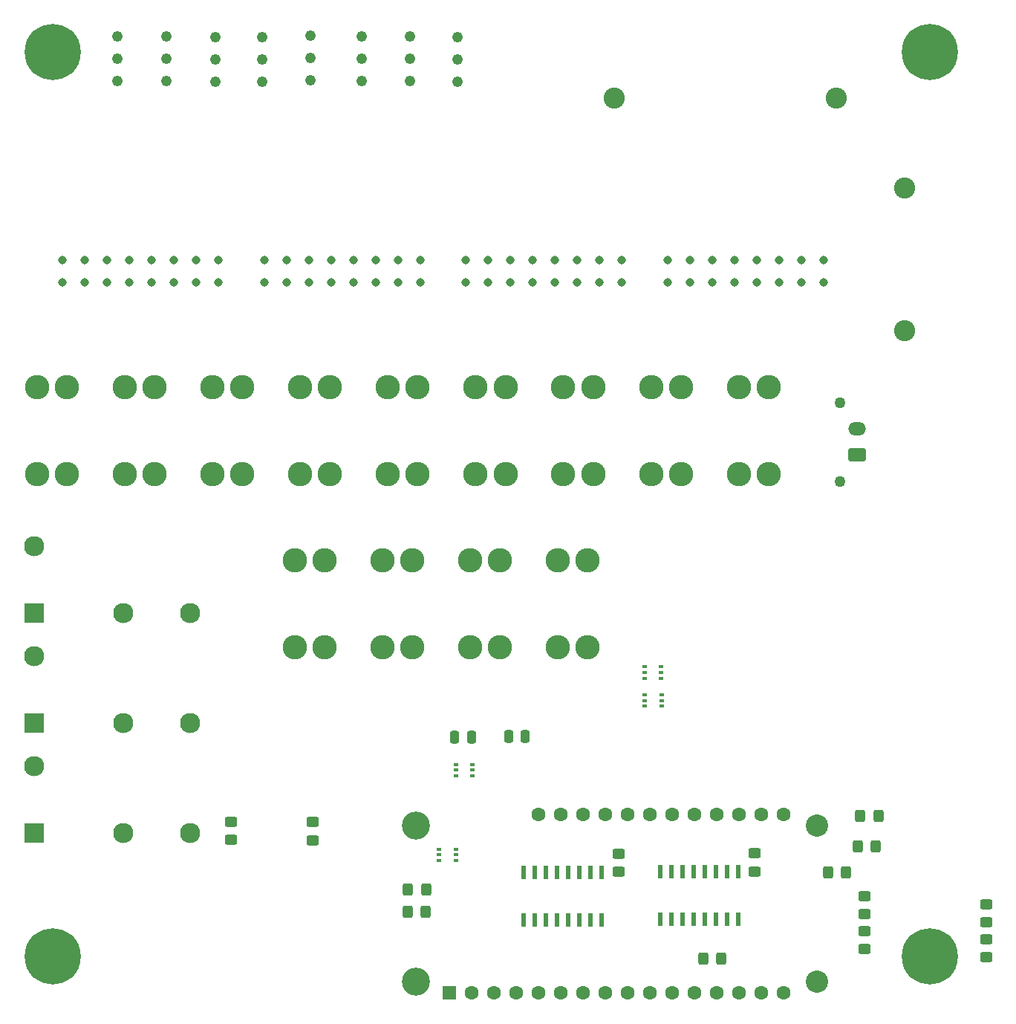
<source format=gbs>
%TF.GenerationSoftware,KiCad,Pcbnew,8.0.4*%
%TF.CreationDate,2024-10-16T17:02:47+10:30*%
%TF.ProjectId,power_and_monotoring,706f7765-725f-4616-9e64-5f6d6f6e6f74,rev?*%
%TF.SameCoordinates,Original*%
%TF.FileFunction,Soldermask,Bot*%
%TF.FilePolarity,Negative*%
%FSLAX46Y46*%
G04 Gerber Fmt 4.6, Leading zero omitted, Abs format (unit mm)*
G04 Created by KiCad (PCBNEW 8.0.4) date 2024-10-16 17:02:47*
%MOMM*%
%LPD*%
G01*
G04 APERTURE LIST*
G04 Aperture macros list*
%AMRoundRect*
0 Rectangle with rounded corners*
0 $1 Rounding radius*
0 $2 $3 $4 $5 $6 $7 $8 $9 X,Y pos of 4 corners*
0 Add a 4 corners polygon primitive as box body*
4,1,4,$2,$3,$4,$5,$6,$7,$8,$9,$2,$3,0*
0 Add four circle primitives for the rounded corners*
1,1,$1+$1,$2,$3*
1,1,$1+$1,$4,$5*
1,1,$1+$1,$6,$7*
1,1,$1+$1,$8,$9*
0 Add four rect primitives between the rounded corners*
20,1,$1+$1,$2,$3,$4,$5,0*
20,1,$1+$1,$4,$5,$6,$7,0*
20,1,$1+$1,$6,$7,$8,$9,0*
20,1,$1+$1,$8,$9,$2,$3,0*%
G04 Aperture macros list end*
%ADD10C,2.780000*%
%ADD11C,2.410000*%
%ADD12C,1.270000*%
%ADD13RoundRect,0.250001X0.759999X-0.499999X0.759999X0.499999X-0.759999X0.499999X-0.759999X-0.499999X0*%
%ADD14O,2.020000X1.500000*%
%ADD15C,0.970000*%
%ADD16C,1.240000*%
%ADD17C,3.200000*%
%ADD18C,2.540000*%
%ADD19R,1.600000X1.600000*%
%ADD20C,1.600000*%
%ADD21C,0.800000*%
%ADD22C,6.400000*%
%ADD23R,2.300000X2.300000*%
%ADD24C,2.300000*%
%ADD25RoundRect,0.250000X-0.450000X0.325000X-0.450000X-0.325000X0.450000X-0.325000X0.450000X0.325000X0*%
%ADD26RoundRect,0.249550X-0.450450X0.325450X-0.450450X-0.325450X0.450450X-0.325450X0.450450X0.325450X0*%
%ADD27R,0.600000X1.550000*%
%ADD28R,0.600000X0.420000*%
%ADD29RoundRect,0.250000X-0.325000X-0.450000X0.325000X-0.450000X0.325000X0.450000X-0.325000X0.450000X0*%
%ADD30RoundRect,0.249550X0.450450X-0.325450X0.450450X0.325450X-0.450450X0.325450X-0.450450X-0.325450X0*%
%ADD31RoundRect,0.250000X0.450000X-0.325000X0.450000X0.325000X-0.450000X0.325000X-0.450000X-0.325000X0*%
%ADD32RoundRect,0.250000X-0.250000X-0.475000X0.250000X-0.475000X0.250000X0.475000X-0.250000X0.475000X0*%
%ADD33RoundRect,0.250000X0.325000X0.450000X-0.325000X0.450000X-0.325000X-0.450000X0.325000X-0.450000X0*%
G04 APERTURE END LIST*
D10*
%TO.C,F13*%
X102530800Y-193291200D03*
X105930800Y-193291200D03*
X102530800Y-183371200D03*
X105930800Y-183371200D03*
%TD*%
D11*
%TO.C,J7*%
X118312400Y-150368000D03*
X143612400Y-150368000D03*
%TD*%
D12*
%TO.C,J1*%
X144081400Y-194085600D03*
X144081400Y-185085600D03*
D13*
X146041400Y-191085600D03*
D14*
X146041400Y-188085600D03*
%TD*%
D15*
%TO.C,J5*%
X124415208Y-168887981D03*
X124415208Y-171427981D03*
X126955208Y-168887981D03*
X126955208Y-171427981D03*
X129495208Y-168887981D03*
X129495208Y-171427981D03*
X132035208Y-168887981D03*
X132035208Y-171427981D03*
X134575208Y-168887981D03*
X134575208Y-171427981D03*
X137115208Y-168887981D03*
X137115208Y-171427981D03*
X139655208Y-168887981D03*
X139655208Y-171427981D03*
X142195208Y-168887981D03*
X142195208Y-171427981D03*
%TD*%
%TO.C,J4*%
X101415208Y-168887981D03*
X101415208Y-171427981D03*
X103955208Y-168887981D03*
X103955208Y-171427981D03*
X106495208Y-168887981D03*
X106495208Y-171427981D03*
X109035208Y-168887981D03*
X109035208Y-171427981D03*
X111575208Y-168887981D03*
X111575208Y-171427981D03*
X114115208Y-168887981D03*
X114115208Y-171427981D03*
X116655208Y-168887981D03*
X116655208Y-171427981D03*
X119195208Y-168887981D03*
X119195208Y-171427981D03*
%TD*%
D10*
%TO.C,F16*%
X52530800Y-193291200D03*
X55930800Y-193291200D03*
X52530800Y-183371200D03*
X55930800Y-183371200D03*
%TD*%
%TO.C,F15*%
X101887600Y-212986000D03*
X105287600Y-212986000D03*
X101887600Y-203066000D03*
X105287600Y-203066000D03*
%TD*%
D16*
%TO.C,RL5*%
X83667600Y-148357690D03*
X83667600Y-145817690D03*
X83667600Y-143277690D03*
%TD*%
D10*
%TO.C,F10*%
X81887600Y-212986000D03*
X85287600Y-212986000D03*
X81887600Y-203066000D03*
X85287600Y-203066000D03*
%TD*%
D15*
%TO.C,J3*%
X78415208Y-168887981D03*
X78415208Y-171427981D03*
X80955208Y-168887981D03*
X80955208Y-171427981D03*
X83495208Y-168887981D03*
X83495208Y-171427981D03*
X86035208Y-168887981D03*
X86035208Y-171427981D03*
X88575208Y-168887981D03*
X88575208Y-171427981D03*
X91115208Y-168887981D03*
X91115208Y-171427981D03*
X93655208Y-168887981D03*
X93655208Y-171427981D03*
X96195208Y-168887981D03*
X96195208Y-171427981D03*
%TD*%
D17*
%TO.C,A1*%
X95758000Y-251053600D03*
D18*
X141478000Y-251053600D03*
D17*
X95758000Y-233273600D03*
D18*
X141478000Y-233273600D03*
D19*
X99568000Y-252323600D03*
D20*
X102108000Y-252323600D03*
X104648000Y-252323600D03*
X107188000Y-252323600D03*
X109728000Y-252323600D03*
X112268000Y-252323600D03*
X114808000Y-252323600D03*
X117348000Y-252323600D03*
X119888000Y-252323600D03*
X122428000Y-252323600D03*
X124968000Y-252323600D03*
X127508000Y-252323600D03*
X130048000Y-252323600D03*
X132588000Y-252323600D03*
X135128000Y-252323600D03*
X137668000Y-252323600D03*
X137668000Y-232003600D03*
X135128000Y-232003600D03*
X132588000Y-232003600D03*
X130048000Y-232003600D03*
X127508000Y-232003600D03*
X124968000Y-232003600D03*
X122428000Y-232003600D03*
X119888000Y-232003600D03*
X117348000Y-232003600D03*
X114808000Y-232003600D03*
X112268000Y-232003600D03*
X109728000Y-232003600D03*
%TD*%
D21*
%TO.C,H4*%
X51905208Y-248157981D03*
X52608152Y-246460925D03*
X52608152Y-249855037D03*
X54305208Y-245757981D03*
D22*
X54305208Y-248157981D03*
D21*
X54305208Y-250557981D03*
X56002264Y-246460925D03*
X56002264Y-249855037D03*
X56705208Y-248157981D03*
%TD*%
D10*
%TO.C,F11*%
X91887600Y-212986000D03*
X95287600Y-212986000D03*
X91887600Y-203066000D03*
X95287600Y-203066000D03*
%TD*%
D23*
%TO.C,K2*%
X52222400Y-221592000D03*
D24*
X62382400Y-221592000D03*
X70002400Y-221592000D03*
X52222400Y-213972000D03*
%TD*%
D16*
%TO.C,RL4*%
X78181200Y-148539200D03*
X78181200Y-145999200D03*
X78181200Y-143459200D03*
%TD*%
D15*
%TO.C,J2*%
X55415208Y-168887981D03*
X55415208Y-171427981D03*
X57955208Y-168887981D03*
X57955208Y-171427981D03*
X60495208Y-168887981D03*
X60495208Y-171427981D03*
X63035208Y-168887981D03*
X63035208Y-171427981D03*
X65575208Y-168887981D03*
X65575208Y-171427981D03*
X68115208Y-168887981D03*
X68115208Y-171427981D03*
X70655208Y-168887981D03*
X70655208Y-171427981D03*
X73195208Y-168887981D03*
X73195208Y-171427981D03*
%TD*%
D21*
%TO.C,H3*%
X51905208Y-145157981D03*
X52608152Y-143460925D03*
X52608152Y-146855037D03*
X54305208Y-142757981D03*
D22*
X54305208Y-145157981D03*
D21*
X54305208Y-147557981D03*
X56002264Y-143460925D03*
X56002264Y-146855037D03*
X56705208Y-145157981D03*
%TD*%
D10*
%TO.C,F3*%
X92530800Y-193291200D03*
X95930800Y-193291200D03*
X92530800Y-183371200D03*
X95930800Y-183371200D03*
%TD*%
%TO.C,F4*%
X112530800Y-193291200D03*
X115930800Y-193291200D03*
X112530800Y-183371200D03*
X115930800Y-183371200D03*
%TD*%
D16*
%TO.C,RL8*%
X95046800Y-148488400D03*
X95046800Y-145948400D03*
X95046800Y-143408400D03*
%TD*%
D21*
%TO.C,H1*%
X151905208Y-145157981D03*
X152608152Y-143460925D03*
X152608152Y-146855037D03*
X154305208Y-142757981D03*
D22*
X154305208Y-145157981D03*
D21*
X154305208Y-147557981D03*
X156002264Y-143460925D03*
X156002264Y-146855037D03*
X156705208Y-145157981D03*
%TD*%
D11*
%TO.C,J6*%
X151434800Y-160612450D03*
X151434800Y-176912450D03*
%TD*%
D10*
%TO.C,F1*%
X72530800Y-193291200D03*
X75930800Y-193291200D03*
X72530800Y-183371200D03*
X75930800Y-183371200D03*
%TD*%
D16*
%TO.C,RL6*%
X89560400Y-148437600D03*
X89560400Y-145897600D03*
X89560400Y-143357600D03*
%TD*%
%TO.C,RL2*%
X67259200Y-148437600D03*
X67259200Y-145897600D03*
X67259200Y-143357600D03*
%TD*%
D21*
%TO.C,H2*%
X151905208Y-248157981D03*
X152608152Y-246460925D03*
X152608152Y-249855037D03*
X154305208Y-245757981D03*
D22*
X154305208Y-248157981D03*
D21*
X154305208Y-250557981D03*
X156002264Y-246460925D03*
X156002264Y-249855037D03*
X156705208Y-248157981D03*
%TD*%
D16*
%TO.C,RL3*%
X72898000Y-148539200D03*
X72898000Y-145999200D03*
X72898000Y-143459200D03*
%TD*%
D10*
%TO.C,F9*%
X132530800Y-193291200D03*
X135930800Y-193291200D03*
X132530800Y-183371200D03*
X135930800Y-183371200D03*
%TD*%
D16*
%TO.C,RL7*%
X100482400Y-148539200D03*
X100482400Y-145999200D03*
X100482400Y-143459200D03*
%TD*%
D10*
%TO.C,F2*%
X111887600Y-212986000D03*
X115287600Y-212986000D03*
X111887600Y-203066000D03*
X115287600Y-203066000D03*
%TD*%
D23*
%TO.C,K3*%
X52222400Y-234142000D03*
D24*
X62382400Y-234142000D03*
X70002400Y-234142000D03*
X52222400Y-226522000D03*
%TD*%
D10*
%TO.C,F8*%
X122530800Y-193291200D03*
X125930800Y-193291200D03*
X122530800Y-183371200D03*
X125930800Y-183371200D03*
%TD*%
%TO.C,F14*%
X82530800Y-193291200D03*
X85930800Y-193291200D03*
X82530800Y-183371200D03*
X85930800Y-183371200D03*
%TD*%
D23*
%TO.C,K1*%
X52222400Y-209042000D03*
D24*
X62382400Y-209042000D03*
X70002400Y-209042000D03*
X52222400Y-201422000D03*
%TD*%
D10*
%TO.C,F5*%
X62530800Y-193291200D03*
X65930800Y-193291200D03*
X62530800Y-183371200D03*
X65930800Y-183371200D03*
%TD*%
D16*
%TO.C,RL1*%
X61722000Y-148488400D03*
X61722000Y-145948400D03*
X61722000Y-143408400D03*
%TD*%
D25*
%TO.C,R48*%
X146862800Y-241304200D03*
X146862800Y-243354200D03*
%TD*%
D26*
%TO.C,C4*%
X74676000Y-232858200D03*
D25*
X74676000Y-234908200D03*
%TD*%
D27*
%TO.C,U11*%
X116865400Y-244050800D03*
X115595400Y-244050800D03*
X114325400Y-244050800D03*
X113055400Y-244050800D03*
X111785400Y-244050800D03*
X110515400Y-244050800D03*
X109245400Y-244050800D03*
X107975400Y-244050800D03*
X107975400Y-238650800D03*
X109245400Y-238650800D03*
X110515400Y-238650800D03*
X111785400Y-238650800D03*
X113055400Y-238650800D03*
X114325400Y-238650800D03*
X115595400Y-238650800D03*
X116865400Y-238650800D03*
%TD*%
D28*
%TO.C,D30*%
X123733600Y-218399600D03*
X123733600Y-219049600D03*
X123733600Y-219699600D03*
X121833600Y-219699600D03*
X121833600Y-219049600D03*
X121833600Y-218399600D03*
%TD*%
D29*
%TO.C,R8*%
X146091800Y-235661200D03*
X148141800Y-235661200D03*
%TD*%
D25*
%TO.C,R47*%
X160731200Y-246247200D03*
X160731200Y-248297200D03*
%TD*%
D28*
%TO.C,D28*%
X100279200Y-235966000D03*
X100279200Y-236616000D03*
X100279200Y-237266000D03*
X98379200Y-237266000D03*
X98379200Y-236616000D03*
X98379200Y-235966000D03*
%TD*%
%TO.C,D31*%
X123682800Y-215199200D03*
X123682800Y-215849200D03*
X123682800Y-216499200D03*
X121782800Y-216499200D03*
X121782800Y-215849200D03*
X121782800Y-215199200D03*
%TD*%
D27*
%TO.C,U12*%
X132461000Y-243949200D03*
X131191000Y-243949200D03*
X129921000Y-243949200D03*
X128651000Y-243949200D03*
X127381000Y-243949200D03*
X126111000Y-243949200D03*
X124841000Y-243949200D03*
X123571000Y-243949200D03*
X123571000Y-238549200D03*
X124841000Y-238549200D03*
X126111000Y-238549200D03*
X127381000Y-238549200D03*
X128651000Y-238549200D03*
X129921000Y-238549200D03*
X131191000Y-238549200D03*
X132461000Y-238549200D03*
%TD*%
D30*
%TO.C,C19*%
X134315200Y-238515000D03*
D31*
X134315200Y-236465000D03*
%TD*%
D25*
%TO.C,R49*%
X146862800Y-245304200D03*
X146862800Y-247354200D03*
%TD*%
D32*
%TO.C,C14*%
X100142000Y-223215200D03*
X102042000Y-223215200D03*
%TD*%
%TO.C,C15*%
X106304000Y-223113600D03*
X108204000Y-223113600D03*
%TD*%
D29*
%TO.C,R1*%
X146387600Y-232156000D03*
X148437600Y-232156000D03*
%TD*%
D26*
%TO.C,C5*%
X83972400Y-232909000D03*
D25*
X83972400Y-234959000D03*
%TD*%
D29*
%TO.C,R40*%
X128464200Y-248412000D03*
X130514200Y-248412000D03*
%TD*%
%TO.C,R4*%
X94834600Y-240538000D03*
X96884600Y-240538000D03*
%TD*%
%TO.C,R2*%
X142739000Y-238658400D03*
X144789000Y-238658400D03*
%TD*%
D28*
%TO.C,D29*%
X102179200Y-226314000D03*
X102179200Y-226964000D03*
X102179200Y-227614000D03*
X100279200Y-227614000D03*
X100279200Y-226964000D03*
X100279200Y-226314000D03*
%TD*%
D25*
%TO.C,R46*%
X160731200Y-242247200D03*
X160731200Y-244297200D03*
%TD*%
D33*
%TO.C,R6*%
X96833800Y-243078000D03*
X94783800Y-243078000D03*
%TD*%
D30*
%TO.C,C18*%
X118872000Y-238574800D03*
D31*
X118872000Y-236524800D03*
%TD*%
M02*

</source>
